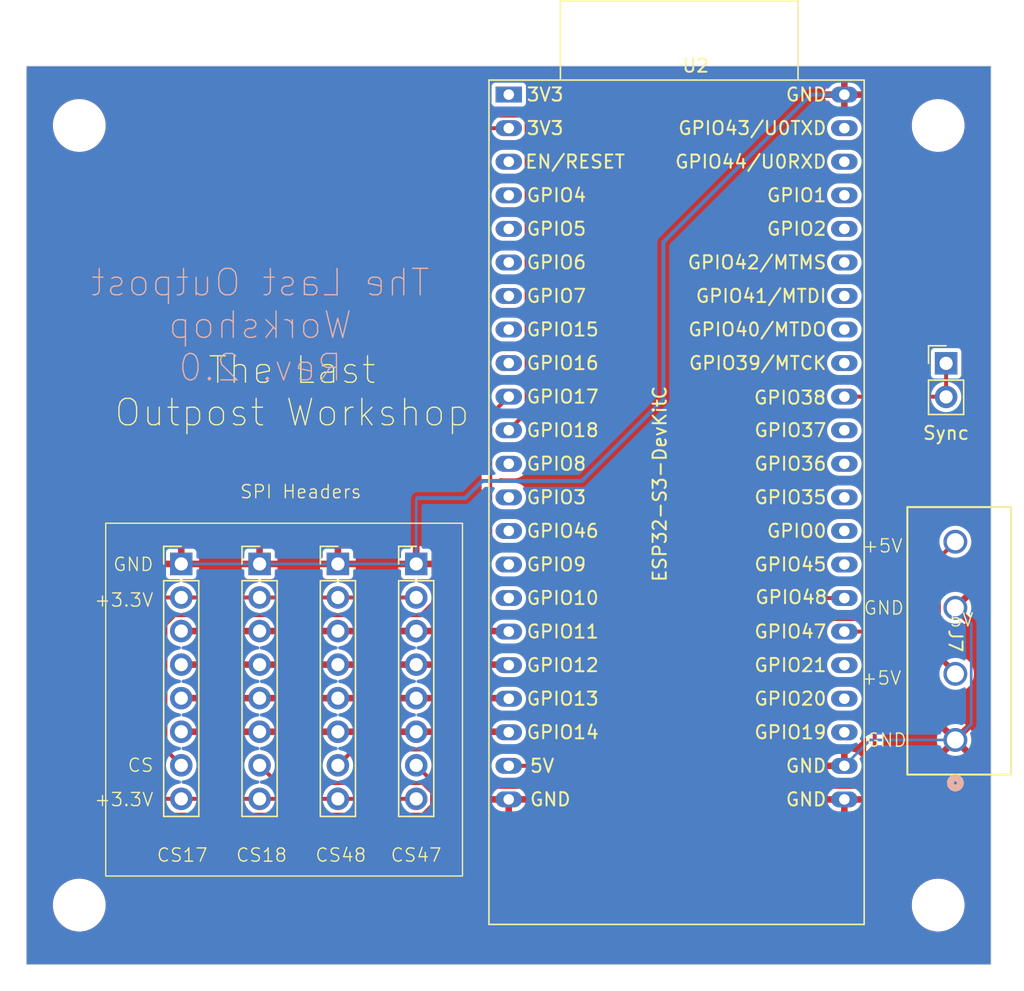
<source format=kicad_pcb>
(kicad_pcb (version 20240108) (generator "pcbnew") (generator_version "8.0")
  (layers (0 "F.Cu" signal) (31 "B.Cu" power) (34 "B.Paste" user) (35 "F.Paste" user) (36 "B.SilkS" user "B.Silkscreen") (37 "F.SilkS" user "F.Silkscreen") (38 "B.Mask" user) (39 "F.Mask" user) (44 "Edge.Cuts" user))
  (net 0 "")
  (net 3 "/CS17")
  (net 4 "/RST")
  (net 6 "/CS47")
  (net 10 "+3V3")
  (net 15 "/CS48")
  (net 16 "/DC")
  (net 20 "GND")
  (net 22 "/MOSI")
  (net 25 "/SCLK")
  (net 26 "/CS18")
  (net 32 "/SYNC")
  (net 40 "Net-(U2-5V)")
  (footprint "charles_terminal_block:CONN4_TB002-500_787x299_CUD" (layer "F.Cu") (at 155.3 146.000001 -90)
    (property "Reference" "J7" (at -7.5 0 -90) (layer "F.SilkS"))
    (property "Value" "TB002-500-04BE")
    (fp_circle (center 3.2569 0) (end 3.6379 0) (stroke (width 0.508)) (fill none) (layer "B.SilkS"))
    (fp_line (start -17.6219 3.6322) (end 2.6219 3.6322) (stroke (width 0.1524)) (layer "F.SilkS"))
    (fp_line (start 2.6219 3.6322) (end 2.6219 -4.2164) (stroke (width 0.1524)) (layer "F.SilkS"))
    (fp_line (start -17.6219 -4.2164) (end -17.6219 3.6322) (stroke (width 0.1524)) (layer "F.SilkS"))
    (fp_line (start 2.6219 -4.2164) (end -17.6219 -4.2164) (stroke (width 0.1524)) (layer "F.SilkS"))
    (fp_circle (center 3.2569 0) (end 3.6379 0) (stroke (width 0.508)) (fill none) (layer "F.SilkS"))
    (pad "1" thru_hole circle (at 0 0 270) (size 1.8034 1.8034) (drill 1.2954) (layers "*.Cu" "*.Mask") (net 20 "GND"))
    (pad "2" thru_hole circle (at -5 0 270) (size 1.8034 1.8034) (drill 1.2954) (layers "*.Cu" "*.Mask") (net 40 "Net-(U2-5V)"))
    (pad "3" thru_hole circle (at -10 0 270) (size 1.8034 1.8034) (drill 1.2954) (layers "*.Cu" "*.Mask") (net 20 "GND"))
    (pad "4" thru_hole circle (at -15.000001 0 270) (size 1.8034 1.8034) (drill 1.2954) (layers "*.Cu" "*.Mask") (net 40 "Net-(U2-5V)"))
  )
  (footprint "MountingHole:MountingHole_3.5mm" (layer "F.Cu") (at 89 158.5)
    (property "Reference" "H3" (hide yes))
    (property "Value" "MountingHole")
    (pad "" np_thru_hole circle (at 0 0) (size 3.5 3.5) (drill 3.5) (layers "*.Cu" "*.Mask"))
  )
  (footprint "MountingHole:MountingHole_3.5mm" (layer "F.Cu") (at 154 99.5)
    (property "Reference" "H2" (hide yes))
    (property "Value" "MountingHole")
    (pad "" np_thru_hole circle (at 0 0) (size 3.5 3.5) (drill 3.5) (layers "*.Cu" "*.Mask"))
  )
  (footprint "MountingHole:MountingHole_3.5mm" (layer "F.Cu") (at 154 158.5)
    (property "Reference" "H4" (hide yes))
    (property "Value" "MountingHole")
    (pad "" np_thru_hole circle (at 0 0) (size 3.5 3.5) (drill 3.5) (layers "*.Cu" "*.Mask"))
  )
  (footprint "Connector_PinHeader_2.54mm:PinHeader_1x08_P2.54mm_Vertical" (layer "F.Cu") (at 114.5 132.68)
    (property "Reference" "J3" (hide yes))
    (property "Value" "CS47")
    (fp_line (start -1.33 -1.33) (end 0 -1.33) (stroke (width 0.12)) (layer "F.SilkS"))
    (fp_line (start -1.33 0) (end -1.33 -1.33) (stroke (width 0.12)) (layer "F.SilkS"))
    (fp_line (start -1.33 1.27) (end -1.33 19.11) (stroke (width 0.12)) (layer "F.SilkS"))
    (fp_line (start -1.33 1.27) (end 1.33 1.27) (stroke (width 0.12)) (layer "F.SilkS"))
    (fp_line (start -1.33 19.11) (end 1.33 19.11) (stroke (width 0.12)) (layer "F.SilkS"))
    (fp_line (start 1.33 1.27) (end 1.33 19.11) (stroke (width 0.12)) (layer "F.SilkS"))
    (pad "1" thru_hole rect (at 0 0) (size 1.7 1.7) (drill 1) (layers "*.Cu" "*.Mask") (net 20 "GND"))
    (pad "2" thru_hole oval (at 0 2.54) (size 1.7 1.7) (drill 1) (layers "*.Cu" "*.Mask") (net 10 "+3V3"))
    (pad "3" thru_hole oval (at 0 5.08) (size 1.7 1.7) (drill 1) (layers "*.Cu" "*.Mask") (net 25 "/SCLK"))
    (pad "4" thru_hole oval (at 0 7.62) (size 1.7 1.7) (drill 1) (layers "*.Cu" "*.Mask") (net 22 "/MOSI"))
    (pad "5" thru_hole oval (at 0 10.16) (size 1.7 1.7) (drill 1) (layers "*.Cu" "*.Mask") (net 4 "/RST"))
    (pad "6" thru_hole oval (at 0 12.7) (size 1.7 1.7) (drill 1) (layers "*.Cu" "*.Mask") (net 16 "/DC"))
    (pad "7" thru_hole oval (at 0 15.24) (size 1.7 1.7) (drill 1) (layers "*.Cu" "*.Mask") (net 6 "/CS47"))
    (pad "8" thru_hole oval (at 0 17.78) (size 1.7 1.7) (drill 1) (layers "*.Cu" "*.Mask") (net 10 "+3V3"))
  )
  (footprint "charles_mod:ESP32-S3-DevKitC" (layer "F.Cu") (at 121.50368 97.16272)
    (property "Reference" "U2" (at 14.14828 -2.18688 0) (layer "F.SilkS"))
    (property "Value" "ESP32-S3-DevKitC" (at 11.42632 29.46128 90) (layer "F.SilkS"))
    (fp_line (start -1.5 62.79728) (end 26.895999 62.79728) (stroke (width 0.12)) (layer "F.SilkS"))
    (fp_line (start -1.499999 -1.1) (end -1.5 62.79728) (stroke (width 0.12)) (layer "F.SilkS"))
    (fp_line (start 3.9084 -7.1) (end 21.8916 -7.1) (stroke (width 0.12)) (layer "F.SilkS"))
    (fp_line (start 3.9084 -1.2072) (end 3.9084 -7.1) (stroke (width 0.12)) (layer "F.SilkS"))
    (fp_line (start 21.8916 -7.1) (end 21.8916 -1.2072) (stroke (width 0.12)) (layer "F.SilkS"))
    (fp_line (start 26.895999 62.79728) (end 26.896 -1.1) (stroke (width 0.12)) (layer "F.SilkS"))
    (fp_line (start 26.896 -1.1) (end -1.499999 -1.1) (stroke (width 0.12)) (layer "F.SilkS"))
    (fp_text user "GPIO17" (at 1.27 22.86 0) (layer "F.SilkS") (effects (justify left)))
    (fp_text user "GPIO39/MTCK" (at 24.126 20.32 0) (layer "F.SilkS") (effects (justify right)))
    (fp_text user "GPIO40/MTDO" (at 24.126 17.78 0) (layer "F.SilkS") (effects (justify right)))
    (fp_text user "GPIO16" (at 1.27 20.32 0) (layer "F.SilkS") (effects (justify left)))
    (fp_text user "GPIO8" (at 1.27 27.94 0) (layer "F.SilkS") (effects (justify left)))
    (fp_text user "GPIO4" (at 1.27 7.62 0) (layer "F.SilkS") (effects (justify left)))
    (fp_text user "GND" (at 24.126 0 0) (layer "F.SilkS") (effects (justify right)))
    (fp_text user "GPIO1" (at 24.126 7.62 0) (layer "F.SilkS") (effects (justify right)))
    (fp_text user "GPIO42/MTMS" (at 24.126 12.7 0) (layer "F.SilkS") (effects (justify right)))
    (fp_text user "GPIO14" (at 1.27 48.26 0) (layer "F.SilkS") (effects (justify left)))
    (fp_text user "GPIO2" (at 24.126 10.16 0) (layer "F.SilkS") (effects (justify right)))
    (fp_text user "GPIO19" (at 24.126 48.26 0) (layer "F.SilkS") (effects (justify right)))
    (fp_text user "EN/RESET" (at 8.88632 5.07728 0) (layer "F.SilkS") (effects (justify right)))
    (fp_text user "GPIO9" (at 1.27 35.56 0) (layer "F.SilkS") (effects (justify left)))
    (fp_text user "GPIO48" (at 24.19632 38.03728 0) (layer "F.SilkS") (effects (justify right)))
    (fp_text user "GPIO0" (at 24.126 33.02 0) (layer "F.SilkS") (effects (justify right)))
    (fp_text user "GND" (at 1.52032 53.33728 0) (layer "F.SilkS") (effects (justify left)))
    (fp_text user "3V3" (at 1.27 0 0) (layer "F.SilkS") (effects (justify left)))
    (fp_text user "GPIO47" (at 24.126 40.64 0) (layer "F.SilkS") (effects (justify right)))
    (fp_text user "GPIO3" (at 1.27 30.48 0) (layer "F.SilkS") (effects (justify left)))
    (fp_text user "GPIO46" (at 1.27 33.02 0) (layer "F.SilkS") (effects (justify left)))
    (fp_text user "GPIO37" (at 24.126 25.4 0) (layer "F.SilkS") (effects (justify right)))
    (fp_text user "GPIO20" (at 24.126 45.72 0) (layer "F.SilkS") (effects (justify right)))
    (fp_text user "GPIO41/MTDI" (at 24.126 15.24 0) (layer "F.SilkS") (effects (justify right)))
    (fp_text user "GPIO36" (at 24.126 27.94 0) (layer "F.SilkS") (effects (justify right)))
    (fp_text user "GPIO18" (at 1.27 25.4 0) (layer "F.SilkS") (effects (justify left)))
    (fp_text user "GPIO12" (at 1.27 43.18 0) (layer "F.SilkS") (effects (justify left)))
    (fp_text user "3V3" (at 1.27 2.54 0) (layer "F.SilkS") (effects (justify left)))
    (fp_text user "GPIO44/U0RXD" (at 24.126 5.08 0) (layer "F.SilkS") (effects (justify right)))
    (fp_text user "GPIO15" (at 1.27 17.78 0) (layer "F.SilkS") (effects (justify left)))
    (fp_text user "GPIO5" (at 1.27 10.16 0) (layer "F.SilkS") (effects (justify left)))
    (fp_text user "GPIO6" (at 1.27 12.7 0) (layer "F.SilkS") (effects (justify left)))
    (fp_text user "GPIO10" (at 1.27 38.1 0) (layer "F.SilkS") (effects (justify left)))
    (fp_text user "GPIO21" (at 24.126 43.18 0) (layer "F.SilkS") (effects (justify right)))
    (fp_text user "GPIO7" (at 1.27 15.24 0) (layer "F.SilkS") (effects (justify left)))
    (fp_text user "GPIO38" (at 24.09632 22.93728 0) (layer "F.SilkS") (effects (justify right)))
    (fp_text user "GPIO45" (at 24.126 35.56 0) (layer "F.SilkS") (effects (justify right)))
    (fp_text user "GND" (at 24.126 50.8 0) (layer "F.SilkS") (effects (justify right)))
    (fp_text user "GPIO35" (at 24.126 30.48 0) (layer "F.SilkS") (effects (justify right)))
    (fp_text user "GPIO13" (at 1.27 45.72 0) (layer "F.SilkS") (effects (justify left)))
    (fp_text user "GPIO11" (at 1.27 40.64 0) (layer "F.SilkS") (effects (justify left)))
    (fp_text user "GND" (at 24.126 53.34 0) (layer "F.SilkS") (effects (justify right)))
    (fp_text user "GPIO43/U0TXD" (at 24.126 2.54 0) (layer "F.SilkS") (effects (justify right)))
    (fp_text user "5V" (at 1.52032 50.79728 0) (layer "F.SilkS") (effects (justify left)))
    (pad "1" thru_hole rect (at 0 0 270) (size 1.2 2) (drill 0.8) (layers "*.Cu" "*.Mask") (net 10 "+3V3"))
    (pad "2" thru_hole oval (at 0 2.54 270) (size 1.2 2) (drill 0.8) (layers "*.Cu" "*.Mask") (net 10 "+3V3"))
    (pad "3" thru_hole oval (at 0 5.08 270) (size 1.2 2) (drill 0.8) (layers "*.Cu" "*.Mask"))
    (pad "4" thru_hole oval (at 0 7.62 270) (size 1.2 2) (drill 0.8) (layers "*.Cu" "*.Mask"))
    (pad "5" thru_hole oval (at 0 10.16 270) (size 1.2 2) (drill 0.8) (layers "*.Cu" "*.Mask"))
    (pad "6" thru_hole oval (at 0 12.7 270) (size 1.2 2) (drill 0.8) (layers "*.Cu" "*.Mask"))
    (pad "7" thru_hole oval (at 0 15.24 270) (size 1.2 2) (drill 0.8) (layers "*.Cu" "*.Mask"))
    (pad "8" thru_hole oval (at 0 17.78 270) (size 1.2 2) (drill 0.8) (layers "*.Cu" "*.Mask"))
    (pad "9" thru_hole oval (at 0 20.32 270) (size 1.2 2) (drill 0.8) (layers "*.Cu" "*.Mask"))
    (pad "10" thru_hole oval (at 0 22.86 270) (size 1.2 2) (drill 0.8) (layers "*.Cu" "*.Mask") (net 3 "/CS17"))
    (pad "11" thru_hole oval (at 0 25.4 270) (size 1.2 2) (drill 0.8) (layers "*.Cu" "*.Mask") (net 26 "/CS18"))
    (pad "12" thru_hole oval (at 0 27.94 270) (size 1.2 2) (drill 0.8) (layers "*.Cu" "*.Mask"))
    (pad "13" thru_hole oval (at 0 30.48 270) (size 1.2 2) (drill 0.8) (layers "*.Cu" "*.Mask"))
    (pad "14" thru_hole oval (at 0 33.02 270) (size 1.2 2) (drill 0.8) (layers "*.Cu" "*.Mask"))
    (pad "15" thru_hole oval (at 0 35.56 270) (size 1.2 2) (drill 0.8) (layers "*.Cu" "*.Mask"))
    (pad "16" thru_hole oval (at 0 38.1 270) (size 1.2 2) (drill 0.8) (layers "*.Cu" "*.Mask"))
    (pad "17" thru_hole oval (at 0 40.64 270) (size 1.2 2) (drill 0.8) (layers "*.Cu" "*.Mask") (net 25 "/SCLK"))
    (pad "18" thru_hole oval (at 0 43.18 270) (size 1.2 2) (drill 0.8) (layers "*.Cu" "*.Mask") (net 22 "/MOSI"))
    (pad "19" thru_hole oval (at 0 45.72 270) (size 1.2 2) (drill 0.8) (layers "*.Cu" "*.Mask") (net 4 "/RST"))
    (pad "20" thru_hole oval (at -0.00368 48.25728 270) (size 1.2 2) (drill 0.8) (layers "*.Cu" "*.Mask") (net 16 "/DC"))
    (pad "21" thru_hole oval (at -0.00368 50.79728 270) (size 1.2 2) (drill 0.8) (layers "*.Cu" "*.Mask") (net 40 "Net-(U2-5V)"))
    (pad "22" thru_hole oval (at -0.00368 53.33728 270) (size 1.2 2) (drill 0.8) (layers "*.Cu" "*.Mask") (net 20 "GND"))
    (pad "23" thru_hole oval (at 25.396 53.34 270) (size 1.2 2) (drill 0.8) (layers "*.Cu" "*.Mask") (net 20 "GND"))
    (pad "24" thru_hole oval (at 25.396 50.8 270) (size 1.2 2) (drill 0.8) (layers "*.Cu" "*.Mask") (net 20 "GND"))
    (pad "25" thru_hole oval (at 25.396 48.26 270) (size 1.2 2) (drill 0.8) (layers "*.Cu" "*.Mask"))
    (pad "26" thru_hole oval (at 25.396 45.72 270) (size 1.2 2) (drill 0.8) (layers "*.Cu" "*.Mask"))
    (pad "27" thru_hole oval (at 25.396 43.18 270) (size 1.2 2) (drill 0.8) (layers "*.Cu" "*.Mask"))
    (pad "28" thru_hole oval (at 25.396 40.64 270) (size 1.2 2) (drill 0.8) (layers "*.Cu" "*.Mask") (net 6 "/CS47"))
    (pad "29" thru_hole oval (at 25.396 38.1 270) (size 1.2 2) (drill 0.8) (layers "*.Cu" "*.Mask") (net 15 "/CS48"))
    (pad "30" thru_hole oval (at 25.396 35.56 270) (size 1.2 2) (drill 0.8) (layers "*.Cu" "*.Mask"))
    (pad "31" thru_hole oval (at 25.396 33.02 270) (size 1.2 2) (drill 0.8) (layers "*.Cu" "*.Mask"))
    (pad "32" thru_hole oval (at 25.396 30.48 270) (size 1.2 2) (drill 0.8) (layers "*.Cu" "*.Mask"))
    (pad "33" thru_hole oval (at 25.396 27.94 270) (size 1.2 2) (drill 0.8) (layers "*.Cu" "*.Mask"))
    (pad "34" thru_hole oval (at 25.396 25.4 270) (size 1.2 2) (drill 0.8) (layers "*.Cu" "*.Mask"))
    (pad "35" thru_hole oval (at 25.396 22.86 270) (size 1.2 2) (drill 0.8) (layers "*.Cu" "*.Mask") (net 32 "/SYNC"))
    (pad "36" thru_hole oval (at 25.396 20.32 270) (size 1.2 2) (drill 0.8) (layers "*.Cu" "*.Mask"))
    (pad "37" thru_hole oval (at 25.396 17.78 270) (size 1.2 2) (drill 0.8) (layers "*.Cu" "*.Mask"))
    (pad "38" thru_hole oval (at 25.396 15.24 270) (size 1.2 2) (drill 0.8) (layers "*.Cu" "*.Mask"))
    (pad "39" thru_hole oval (at 25.396 12.7 270) (size 1.2 2) (drill 0.8) (layers "*.Cu" "*.Mask"))
    (pad "40" thru_hole oval (at 25.396 10.16 270) (size 1.2 2) (drill 0.8) (layers "*.Cu" "*.Mask"))
    (pad "41" thru_hole oval (at 25.396 7.62 270) (size 1.2 2) (drill 0.8) (layers "*.Cu" "*.Mask"))
    (pad "42" thru_hole oval (at 25.396 5.08 270) (size 1.2 2) (drill 0.8) (layers "*.Cu" "*.Mask"))
    (pad "43" thru_hole oval (at 25.396 2.54 270) (size 1.2 2) (drill 0.8) (layers "*.Cu" "*.Mask"))
    (pad "44" thru_hole oval (at 25.396 0 270) (size 1.2 2) (drill 0.8) (layers "*.Cu" "*.Mask") (net 20 "GND"))
  )
  (footprint "MountingHole:MountingHole_3.5mm" (layer "F.Cu") (at 89 99.5)
    (property "Reference" "H1" (hide yes))
    (property "Value" "MountingHole")
    (pad "" np_thru_hole circle (at 0 0) (size 3.5 3.5) (drill 3.5) (layers "*.Cu" "*.Mask"))
  )
  (footprint "Connector_PinHeader_2.54mm:PinHeader_1x08_P2.54mm_Vertical" (layer "F.Cu") (at 96.717517 132.68)
    (property "Reference" "J1" (hide yes))
    (property "Value" "CS17")
    (fp_line (start -1.33 -1.33) (end 0 -1.33) (stroke (width 0.12)) (layer "F.SilkS"))
    (fp_line (start -1.33 0) (end -1.33 -1.33) (stroke (width 0.12)) (layer "F.SilkS"))
    (fp_line (start -1.33 1.27) (end -1.33 19.11) (stroke (width 0.12)) (layer "F.SilkS"))
    (fp_line (start -1.33 1.27) (end 1.33 1.27) (stroke (width 0.12)) (layer "F.SilkS"))
    (fp_line (start -1.33 19.11) (end 1.33 19.11) (stroke (width 0.12)) (layer "F.SilkS"))
    (fp_line (start 1.33 1.27) (end 1.33 19.11) (stroke (width 0.12)) (layer "F.SilkS"))
    (pad "1" thru_hole rect (at 0 0) (size 1.7 1.7) (drill 1) (layers "*.Cu" "*.Mask") (net 20 "GND"))
    (pad "2" thru_hole oval (at 0 2.54) (size 1.7 1.7) (drill 1) (layers "*.Cu" "*.Mask") (net 10 "+3V3"))
    (pad "3" thru_hole oval (at 0 5.08) (size 1.7 1.7) (drill 1) (layers "*.Cu" "*.Mask") (net 25 "/SCLK"))
    (pad "4" thru_hole oval (at 0 7.62) (size 1.7 1.7) (drill 1) (layers "*.Cu" "*.Mask") (net 22 "/MOSI"))
    (pad "5" thru_hole oval (at 0 10.16) (size 1.7 1.7) (drill 1) (layers "*.Cu" "*.Mask") (net 4 "/RST"))
    (pad "6" thru_hole oval (at 0 12.7) (size 1.7 1.7) (drill 1) (layers "*.Cu" "*.Mask") (net 16 "/DC"))
    (pad "7" thru_hole oval (at 0 15.24) (size 1.7 1.7) (drill 1) (layers "*.Cu" "*.Mask") (net 3 "/CS17"))
    (pad "8" thru_hole oval (at 0 17.78) (size 1.7 1.7) (drill 1) (layers "*.Cu" "*.Mask") (net 10 "+3V3"))
  )
  (footprint "Connector_PinHeader_2.54mm:PinHeader_1x08_P2.54mm_Vertical" (layer "F.Cu") (at 102.645011 132.68)
    (property "Reference" "J2" (hide yes))
    (property "Value" "CS18")
    (fp_line (start -1.33 -1.33) (end 0 -1.33) (stroke (width 0.12)) (layer "F.SilkS"))
    (fp_line (start -1.33 0) (end -1.33 -1.33) (stroke (width 0.12)) (layer "F.SilkS"))
    (fp_line (start -1.33 1.27) (end -1.33 19.11) (stroke (width 0.12)) (layer "F.SilkS"))
    (fp_line (start -1.33 1.27) (end 1.33 1.27) (stroke (width 0.12)) (layer "F.SilkS"))
    (fp_line (start -1.33 19.11) (end 1.33 19.11) (stroke (width 0.12)) (layer "F.SilkS"))
    (fp_line (start 1.33 1.27) (end 1.33 19.11) (stroke (width 0.12)) (layer "F.SilkS"))
    (pad "1" thru_hole rect (at 0 0) (size 1.7 1.7) (drill 1) (layers "*.Cu" "*.Mask") (net 20 "GND"))
    (pad "2" thru_hole oval (at 0 2.54) (size 1.7 1.7) (drill 1) (layers "*.Cu" "*.Mask") (net 10 "+3V3"))
    (pad "3" thru_hole oval (at 0 5.08) (size 1.7 1.7) (drill 1) (layers "*.Cu" "*.Mask") (net 25 "/SCLK"))
    (pad "4" thru_hole oval (at 0 7.62) (size 1.7 1.7) (drill 1) (layers "*.Cu" "*.Mask") (net 22 "/MOSI"))
    (pad "5" thru_hole oval (at 0 10.16) (size 1.7 1.7) (drill 1) (layers "*.Cu" "*.Mask") (net 4 "/RST"))
    (pad "6" thru_hole oval (at 0 12.7) (size 1.7 1.7) (drill 1) (layers "*.Cu" "*.Mask") (net 16 "/DC"))
    (pad "7" thru_hole oval (at 0 15.24) (size 1.7 1.7) (drill 1) (layers "*.Cu" "*.Mask") (net 26 "/CS18"))
    (pad "8" thru_hole oval (at 0 17.78) (size 1.7 1.7) (drill 1) (layers "*.Cu" "*.Mask") (net 10 "+3V3"))
  )
  (footprint "Connector_PinHeader_2.54mm:PinHeader_1x02_P2.54mm_Vertical" (layer "F.Cu") (at 154.6 117.5)
    (property "Reference" "J6" (hide yes))
    (property "Value" "Sync" (at 0 5.275 0) (layer "F.SilkS"))
    (fp_line (start -1.33 -1.33) (end 0 -1.33) (stroke (width 0.12)) (layer "F.SilkS"))
    (fp_line (start -1.33 0) (end -1.33 -1.33) (stroke (width 0.12)) (layer "F.SilkS"))
    (fp_line (start -1.33 1.27) (end -1.33 3.87) (stroke (width 0.12)) (layer "F.SilkS"))
    (fp_line (start -1.33 1.27) (end 1.33 1.27) (stroke (width 0.12)) (layer "F.SilkS"))
    (fp_line (start -1.33 3.87) (end 1.33 3.87) (stroke (width 0.12)) (layer "F.SilkS"))
    (fp_line (start 1.33 1.27) (end 1.33 3.87) (stroke (width 0.12)) (layer "F.SilkS"))
    (pad "1" thru_hole rect (at 0 0) (size 1.7 1.7) (drill 1) (layers "*.Cu" "*.Mask") (net 32 "/SYNC"))
    (pad "2" thru_hole oval (at 0 2.54) (size 1.7 1.7) (drill 1) (layers "*.Cu" "*.Mask") (net 32 "/SYNC"))
  )
  (footprint "Connector_PinHeader_2.54mm:PinHeader_1x08_P2.54mm_Vertical" (layer "F.Cu") (at 108.572505 132.68)
    (property "Reference" "J4" (hide yes))
    (property "Value" "CS48")
    (fp_line (start -1.33 -1.33) (end 0 -1.33) (stroke (width 0.12)) (layer "F.SilkS"))
    (fp_line (start -1.33 0) (end -1.33 -1.33) (stroke (width 0.12)) (layer "F.SilkS"))
    (fp_line (start -1.33 1.27) (end -1.33 19.11) (stroke (width 0.12)) (layer "F.SilkS"))
    (fp_line (start -1.33 1.27) (end 1.33 1.27) (stroke (width 0.12)) (layer "F.SilkS"))
    (fp_line (start -1.33 19.11) (end 1.33 19.11) (stroke (width 0.12)) (layer "F.SilkS"))
    (fp_line (start 1.33 1.27) (end 1.33 19.11) (stroke (width 0.12)) (layer "F.SilkS"))
    (pad "1" thru_hole rect (at 0 0) (size 1.7 1.7) (drill 1) (layers "*.Cu" "*.Mask") (net 20 "GND"))
    (pad "2" thru_hole oval (at 0 2.54) (size 1.7 1.7) (drill 1) (layers "*.Cu" "*.Mask") (net 10 "+3V3"))
    (pad "3" thru_hole oval (at 0 5.08) (size 1.7 1.7) (drill 1) (layers "*.Cu" "*.Mask") (net 25 "/SCLK"))
    (pad "4" thru_hole oval (at 0 7.62) (size 1.7 1.7) (drill 1) (layers "*.Cu" "*.Mask") (net 22 "/MOSI"))
    (pad "5" thru_hole oval (at 0 10.16) (size 1.7 1.7) (drill 1) (layers "*.Cu" "*.Mask") (net 4 "/RST"))
    (pad "6" thru_hole oval (at 0 12.7) (size 1.7 1.7) (drill 1) (layers "*.Cu" "*.Mask") (net 16 "/DC"))
    (pad "7" thru_hole oval (at 0 15.24) (size 1.7 1.7) (drill 1) (layers "*.Cu" "*.Mask") (net 15 "/CS48"))
    (pad "8" thru_hole oval (at 0 17.78) (size 1.7 1.7) (drill 1) (layers "*.Cu" "*.Mask") (net 10 "+3V3"))
  )
  (gr_rect (start 91 129.6) (end 118 156.3) (stroke (width 0.1)) (fill none) (layer "F.SilkS"))
  (gr_rect (start 85 95) (end 158 163) (stroke (width 0.05)) (fill none) (layer "Edge.Cuts"))
  (gr_text "The Last Outpost\nWorkshop\nRev. 2.0" (at 102.7 119 0) (layer "B.SilkS") (effects (font (size 2 2) (thickness 0.1)) (justify bottom mirror)))
  (gr_text "CS17" (at 94.8 155.3 0) (layer "F.SilkS") (effects (font (size 1 1) (thickness 0.1)) (justify left bottom)))
  (gr_text "CS48" (at 106.8 155.3 0) (layer "F.SilkS") (effects (font (size 1 1) (thickness 0.1)) (justify left bottom)))
  (gr_text "+5V" (at 148.1 141.9 0) (layer "F.SilkS") (effects (font (size 1 1) (thickness 0.1)) (justify left bottom)))
  (gr_text "GND" (at 91.5 133.3 0) (layer "F.SilkS") (effects (font (size 1 1) (thickness 0.1)) (justify left bottom)))
  (gr_text "+3.3V" (at 90.071429 136 0) (layer "F.SilkS") (effects (font (size 1 1) (thickness 0.1)) (justify left bottom)))
  (gr_text "+5V" (at 148.2 131.9 0) (layer "F.SilkS") (effects (font (size 1 1) (thickness 0.1)) (justify left bottom)))
  (gr_text "+3.3V" (at 90.071429 151.1 0) (layer "F.SilkS") (effects (font (size 1 1) (thickness 0.1)) (justify left bottom)))
  (gr_text "CS47" (at 112.5 155.3 0) (layer "F.SilkS") (effects (font (size 1 1) (thickness 0.1)) (justify left bottom)))
  (gr_text "CS18" (at 100.8 155.3 0) (layer "F.SilkS") (effects (font (size 1 1) (thickness 0.1)) (justify left bottom)))
  (gr_text "GND" (at 148.5 146.6 0) (layer "F.SilkS") (effects (font (size 1 1) (thickness 0.1)) (justify left bottom)))
  (gr_text "GND" (at 148.3 136.6 0) (layer "F.SilkS") (effects (font (size 1 1) (thickness 0.1)) (justify left bottom)))
  (gr_text "5V" (at 154.8 137.5 0) (layer "F.SilkS") (effects (font (size 1 1) (thickness 0.1)) (justify left bottom)))
  (gr_text "SPI Headers" (at 101.1 127.8 0) (layer "F.SilkS") (effects (font (size 1 1) (thickness 0.1)) (justify left bottom)))
  (gr_text "CS" (at 92.595238 148.5 0) (layer "F.SilkS") (effects (font (size 1 1) (thickness 0.1)) (justify left bottom)))
  (gr_text "The Last\nOutpost Workshop" (at 105.1 122.4 0) (layer "F.SilkS") (effects (font (size 2 2) (thickness 0.1)) (justify bottom)))
  (segment (start 96.22046 136.56) (end 114.857057 136.56) (width 0.3) (layer "F.Cu") (net 3))
  (segment (start 120.1 131.317057) (end 120.1 121.4264) (width 0.3) (layer "F.Cu") (net 3))
  (segment (start 95.517517 137.262943) (end 96.22046 136.56) (width 0.3) (layer "F.Cu") (net 3))
  (segment (start 114.857057 136.56) (end 120.1 131.317057) (width 0.3) (layer "F.Cu") (net 3))
  (segment (start 96.717517 147.92) (end 95.517517 146.72) (width 0.3) (layer "F.Cu") (net 3))
  (segment (start 120.1 121.4264) (end 121.50368 120.02272) (width 0.3) (layer "F.Cu") (net 3))
  (segment (start 95.517517 146.72) (end 95.517517 137.262943) (width 0.3) (layer "F.Cu") (net 3))
  (segment (start 96.717517 142.84) (end 121.46096 142.84) (width 0.5) (layer "F.Cu") (net 4))
  (segment (start 121.4764 142.91) (end 121.50368 142.88272) (width 0.5) (layer "F.Cu") (net 4))
  (segment (start 121.46096 142.84) (end 121.50368 142.88272) (width 0.5) (layer "F.Cu") (net 4))
  (segment (start 149.2 138.1) (end 148.90272 137.80272) (width 0.3) (layer "F.Cu") (net 6))
  (segment (start 148.90272 137.80272) (end 146.89968 137.80272) (width 0.3) (layer "F.Cu") (net 6))
  (segment (start 149.2 149.55) (end 149.2 138.1) (width 0.3) (layer "F.Cu") (net 6))
  (segment (start 114.5 147.92) (end 116.13 149.55) (width 0.3) (layer "F.Cu") (net 6))
  (segment (start 116.13 149.55) (end 149.2 149.55) (width 0.3) (layer "F.Cu") (net 6))
  (segment (start 96.717517 150.46) (end 114.5 150.46) (width 0.3) (layer "F.Cu") (net 10))
  (segment (start 91.16 150.46) (end 91 150.3) (width 0.3) (layer "F.Cu") (net 10))
  (segment (start 91 118.4) (end 109.69728 99.70272) (width 0.3) (layer "F.Cu") (net 10))
  (segment (start 96.717517 135.22) (end 91 135.22) (width 0.3) (layer "F.Cu") (net 10))
  (segment (start 109.69728 99.70272) (end 121.50368 99.70272) (width 0.3) (layer "F.Cu") (net 10))
  (segment (start 114.5 135.22) (end 111.6 135.22) (width 0.3) (layer "F.Cu") (net 10))
  (segment (start 96.717517 150.46) (end 91.16 150.46) (width 0.3) (layer "F.Cu") (net 10))
  (segment (start 111.6 135.22) (end 96.717517 135.22) (width 0.3) (layer "F.Cu") (net 10))
  (segment (start 91 135.22) (end 91 118.4) (width 0.3) (layer "F.Cu") (net 10))
  (segment (start 91 150.3) (end 91 135.22) (width 0.3) (layer "F.Cu") (net 10))
  (segment (start 108.572505 147.92) (end 109.772505 146.72) (width 0.3) (layer "F.Cu") (net 15))
  (segment (start 132.9064 146.72) (end 144.36368 135.26272) (width 0.3) (layer "F.Cu") (net 15))
  (segment (start 109.772505 146.72) (end 132.9064 146.72) (width 0.3) (layer "F.Cu") (net 15))
  (segment (start 144.36368 135.26272) (end 146.89968 135.26272) (width 0.3) (layer "F.Cu") (net 15))
  (segment (start 121.47 145.45) (end 121.5 145.42) (width 0.5) (layer "F.Cu") (net 16))
  (segment (start 96.717517 145.38) (end 121.46 145.38) (width 0.5) (layer "F.Cu") (net 16))
  (segment (start 121.5 145.42) (end 121.5 145.5) (width 0.2) (layer "F.Cu") (net 16))
  (segment (start 121.5 145.5) (end 121.34272 145.34272) (width 0.2) (layer "F.Cu") (net 16))
  (segment (start 121.46 145.38) (end 121.5 145.42) (width 0.5) (layer "F.Cu") (net 16))
  (segment (start 144.61728 96.90912) (end 144.36368 97.16272) (width 0.2) (layer "F.Cu") (net 20))
  (segment (start 114.6 127.7) (end 118.2 127.7) (width 0.3) (layer "B.Cu") (net 20))
  (segment (start 127.029903 126.4) (end 133.2 120.229903) (width 0.3) (layer "B.Cu") (net 20))
  (segment (start 114.5 132.68) (end 114.5 127.8) (width 0.2) (layer "B.Cu") (net 20))
  (segment (start 114.5 127.8) (end 114.6 127.7) (width 0.2) (layer "B.Cu") (net 20))
  (segment (start 133.2 108.3264) (end 144.36368 97.16272) (width 0.3) (layer "B.Cu") (net 20))
  (segment (start 156.5017 137.201701) (end 155.3 136.000001) (width 0.2) (layer "B.Cu") (net 20))
  (segment (start 155.3 146.000001) (end 156.5017 144.798301) (width 0.2) (layer "B.Cu") (net 20))
  (segment (start 144.36368 97.16272) (end 146.89968 97.16272) (width 0.3) (layer "B.Cu") (net 20))
  (segment (start 119.5 126.4) (end 127.029903 126.4) (width 0.3) (layer "B.Cu") (net 20))
  (segment (start 118.2 127.7) (end 119.5 126.4) (width 0.3) (layer "B.Cu") (net 20))
  (segment (start 155.3 146.000001) (end 148.862399 146.000001) (width 0.2) (layer "B.Cu") (net 20))
  (segment (start 148.862399 146.000001) (end 146.89968 147.96272) (width 0.2) (layer "B.Cu") (net 20))
  (segment (start 155.8 146.4) (end 155.7 146.3) (width 0.2) (layer "B.Cu") (net 20))
  (segment (start 96.717517 132.68) (end 114.5 132.68) (width 0.2) (layer "B.Cu") (net 20))
  (segment (start 156.5017 144.798301) (end 156.5017 137.201701) (width 0.2) (layer "B.Cu") (net 20))
  (segment (start 133.2 120.229903) (end 133.2 108.3264) (width 0.3) (layer "B.Cu") (net 20))
  (segment (start 121.5 150.5) (end 121.50272 150.50272) (width 0.3) (layer "B.Cu") (net 20))
  (segment (start 121.4764 140.37) (end 121.50368 140.34272) (width 0.5) (layer "F.Cu") (net 22))
  (segment (start 121.46096 140.3) (end 121.50368 140.34272) (width 0.5) (layer "F.Cu") (net 22))
  (segment (start 96.717517 140.3) (end 121.46096 140.3) (width 0.5) (layer "F.Cu") (net 22))
  (segment (start 96.717517 137.76) (end 121.46096 137.76) (width 0.5) (layer "F.Cu") (net 25))
  (segment (start 121.4764 137.83) (end 121.50368 137.80272) (width 0.5) (layer "F.Cu") (net 25))
  (segment (start 121.46096 137.76) (end 121.50368 137.80272) (width 0.5) (layer "F.Cu") (net 25))
  (segment (start 115.7 150.957057) (end 114.997057 151.66) (width 0.3) (layer "F.Cu") (net 26))
  (segment (start 115.7 149.962943) (end 115.7 150.957057) (width 0.3) (layer "F.Cu") (net 26))
  (segment (start 89.3 150.607107) (end 89.3 115.9) (width 0.3) (layer "F.Cu") (net 26))
  (segment (start 102.645011 147.92) (end 103.985011 149.26) (width 0.3) (layer "F.Cu") (net 26))
  (segment (start 90.352893 151.66) (end 89.3 150.607107) (width 0.3) (layer "F.Cu") (net 26))
  (segment (start 122.85368 99.15368) (end 122.85368 121.21272) (width 0.3) (layer "F.Cu") (net 26))
  (segment (start 89.3 115.9) (end 106.44728 98.75272) (width 0.3) (layer "F.Cu") (net 26))
  (segment (start 103.985011 149.26) (end 114.997057 149.26) (width 0.3) (layer "F.Cu") (net 26))
  (segment (start 114.997057 151.66) (end 90.352893 151.66) (width 0.3) (layer "F.Cu") (net 26))
  (segment (start 122.45272 98.75272) (end 122.85368 99.15368) (width 0.3) (layer "F.Cu") (net 26))
  (segment (start 122.85368 121.21272) (end 121.50368 122.56272) (width 0.3) (layer "F.Cu") (net 26))
  (segment (start 114.997057 149.26) (end 115.7 149.962943) (width 0.3) (layer "F.Cu") (net 26))
  (segment (start 106.44728 98.75272) (end 122.45272 98.75272) (width 0.3) (layer "F.Cu") (net 26))
  (segment (start 146.89968 120.02272) (end 154.58272 120.02272) (width 0.3) (layer "F.Cu") (net 32))
  (segment (start 154.6 120.04) (end 154.6 117.5) (width 0.3) (layer "F.Cu") (net 32))
  (segment (start 154.58272 120.02272) (end 154.6 120.04) (width 0.3) (layer "F.Cu") (net 32))
  (segment (start 154.0483 132.2517) (end 155.3 131) (width 0.3) (layer "F.Cu") (net 40))
  (segment (start 155.8 141.4) (end 155.699999 141.4) (width 0.3) (layer "F.Cu") (net 40))
  (segment (start 155.3 141.000001) (end 155.3 140.849441) (width 0.3) (layer "F.Cu") (net 40))
  (segment (start 132.373506 147.96) (end 121.5 147.96) (width 0.3) (layer "F.Cu") (net 40))
  (segment (start 155.3 140.849441) (end 151.303279 136.85272) (width 0.3) (layer "F.Cu") (net 40))
  (segment (start 143.480786 136.85272) (end 132.373506 147.96) (width 0.3) (layer "F.Cu") (net 40))
  (segment (start 151.303279 136.85272) (end 143.480786 136.85272) (width 0.3) (layer "F.Cu") (net 40))
  (segment (start 155.699999 141.4) (end 155.3 141.000001) (width 0.3) (layer "F.Cu") (net 40))
  (segment (start 154.0483 139.748301) (end 154.0483 132.2517) (width 0.3) (layer "F.Cu") (net 40))
  (segment (start 155.3 141.000001) (end 154.0483 139.748301) (width 0.3) (layer "F.Cu") (net 40))
  (zone (net 20) (net_name "GND") (layer "F.Cu") (priority 1) (connect_pads (clearance 0.5)) (min_thickness 0.25) (fill yes (thermal_gap 0.5) (thermal_bridge_width 0.5))
    (polygon (pts (xy 84.5 94) (xy 159.2 93.8) (xy 159.3 163.9) (xy 83.6 163.9) (xy 84.6 94)))
  )
  (zone (net 0) (net_name "") (layer "B.Cu") (connect_pads (clearance 0.3)) (min_thickness 0.25) (fill yes (thermal_gap 0.5) (thermal_bridge_width 0.5) (island_removal_mode 1) (island_area_min 10))
    (polygon (pts (xy 83 92.5) (xy 160.5 92.5) (xy 160.5 165) (xy 83 165)))
  )
)
</source>
